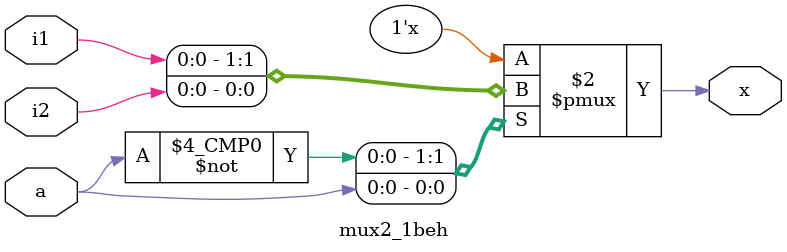
<source format=v>
`timescale 1ns / 1ps
module mux2_1beh(input wire i1, i2, a, output reg x);
    always @(*) begin
        case (a)
            1'b0: x = i1;
            1'b1: x = i2;
        endcase
    end
endmodule

</source>
